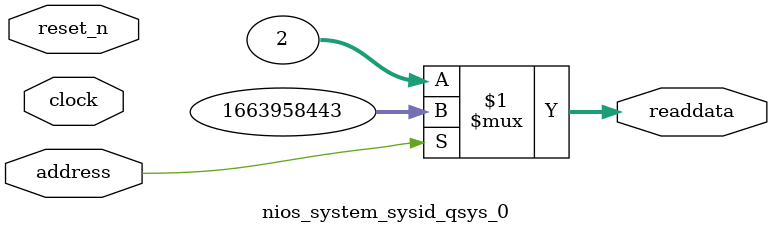
<source format=v>



// synthesis translate_off
`timescale 1ns / 1ps
// synthesis translate_on

// turn off superfluous verilog processor warnings 
// altera message_level Level1 
// altera message_off 10034 10035 10036 10037 10230 10240 10030 

module nios_system_sysid_qsys_0 (
               // inputs:
                address,
                clock,
                reset_n,

               // outputs:
                readdata
             )
;

  output  [ 31: 0] readdata;
  input            address;
  input            clock;
  input            reset_n;

  wire    [ 31: 0] readdata;
  //control_slave, which is an e_avalon_slave
  assign readdata = address ? 1663958443 : 2;

endmodule



</source>
